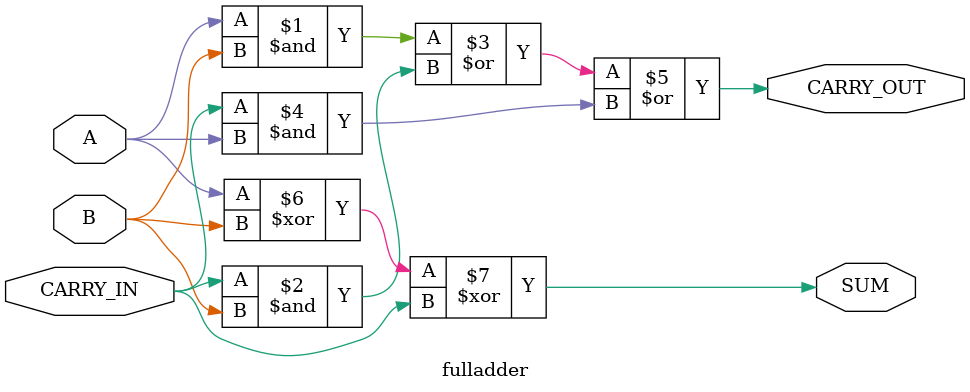
<source format=v>
`timescale 1ns / 1ps

module fulladder(
  input A, 
  input B,
  input CARRY_IN,
  
  output CARRY_OUT,
  output SUM
);


assign CARRY_OUT = ( A & B ) | ( CARRY_IN & B ) | ( CARRY_IN & A );
assign SUM = ( A ^ B ) ^ CARRY_IN;

endmodule

</source>
